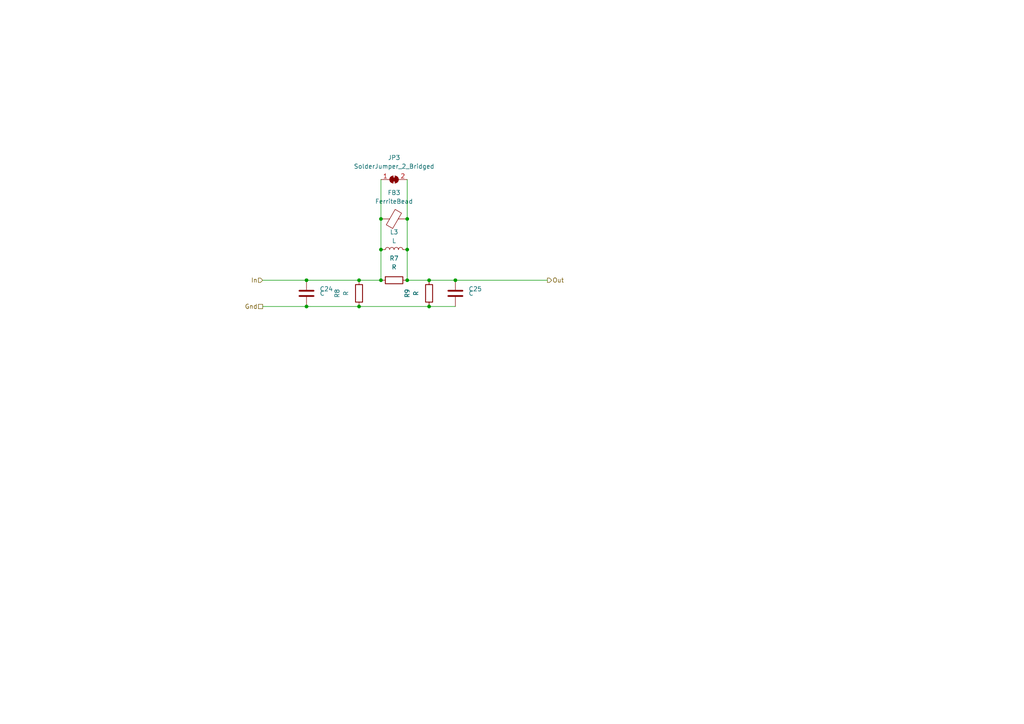
<source format=kicad_sch>
(kicad_sch (version 20201015) (generator eeschema)
  (page 0 4)
  (paper "A4")
  (lib_symbols
    (symbol "Device:C" (pin_numbers hide) (pin_names (offset 0.254))
      (property "Reference" "C" (at 0.635 2.54 0))
      (property "Value" "C" (at 0.635 -2.54 0))
      (symbol "C_0_1"
        (polyline (pts (xy -2.032 -0.762) (xy 2.032 -0.762)) (stroke (width 0.508)))
        (polyline (pts (xy -2.032 0.762) (xy 2.032 0.762)) (stroke (width 0.508)))
      )
      (symbol "C_1_1"
        (pin passive line (at 0 3.81 270) (length 2.794) (name "~") (number "1"))
        (pin passive line (at 0 -3.81 90) (length 2.794) (name "~") (number "2"))
      )
    )
    (symbol "Device:FerriteBead" (pin_numbers hide) (pin_names (offset 0))
      (property "Reference" "FB" (at -3.81 0.635 90))
      (property "Value" "FerriteBead" (at 3.81 0 90))
      (symbol "FerriteBead_0_1"
        (polyline (pts (xy 0 -1.27) (xy 0 -1.2192)))
        (polyline (pts (xy 0 1.27) (xy 0 1.2954)))
        (polyline (pts (xy -2.7686 0.4064) (xy -1.7018 2.2606) (xy 2.7686 -0.3048) (xy 1.6764 -2.159) (xy -2.7686 0.4064)))
      )
      (symbol "FerriteBead_1_1"
        (pin passive line (at 0 3.81 270) (length 2.54) (name "~") (number "1"))
        (pin passive line (at 0 -3.81 90) (length 2.54) (name "~") (number "2"))
      )
    )
    (symbol "Device:L" (pin_numbers hide) (pin_names (offset 1.016) hide)
      (property "Reference" "L" (at -1.27 0 90))
      (property "Value" "L" (at 1.905 0 90))
      (symbol "L_0_1"
        (arc (start 0 -2.54) (end 0 -1.27) (radius (at 0 -1.905) (length 0.635) (angles -89.9 89.9)))
        (arc (start 0 -1.27) (end 0 0) (radius (at 0 -0.635) (length 0.635) (angles -89.9 89.9)))
        (arc (start 0 0) (end 0 1.27) (radius (at 0 0.635) (length 0.635) (angles -89.9 89.9)))
        (arc (start 0 1.27) (end 0 2.54) (radius (at 0 1.905) (length 0.635) (angles -89.9 89.9)))
      )
      (symbol "L_1_1"
        (pin passive line (at 0 3.81 270) (length 1.27) (name "1") (number "1"))
        (pin passive line (at 0 -3.81 90) (length 1.27) (name "2") (number "2"))
      )
    )
    (symbol "Device:R" (pin_numbers hide) (pin_names (offset 0))
      (property "Reference" "R" (at 2.032 0 90))
      (property "Value" "R" (at 0 0 90))
      (symbol "R_0_1"
        (rectangle (start -1.016 -2.54) (end 1.016 2.54) (stroke (width 0.254)))
      )
      (symbol "R_1_1"
        (pin passive line (at 0 3.81 270) (length 1.27) (name "~") (number "1"))
        (pin passive line (at 0 -3.81 90) (length 1.27) (name "~") (number "2"))
      )
    )
    (symbol "Jumper:SolderJumper_2_Bridged" (pin_names (offset 0) hide)
      (property "Reference" "JP" (at 0 2.032 0))
      (property "Value" "SolderJumper_2_Bridged" (at 0 -2.54 0))
      (symbol "SolderJumper_2_Bridged_0_1"
        (arc (start -0.254 1.016) (end -0.254 -1.016) (radius (at -0.254 0) (length 1.016) (angles 90.1 -90.1)))
        (arc (start -0.254 1.016) (end -0.254 -1.016) (radius (at -0.254 0) (length 1.016) (angles 90.1 -90.1)) (fill (type outline)))
        (arc (start 0.254 -1.016) (end 0.254 1.016) (radius (at 0.254 0) (length 1.016) (angles -89.9 89.9)))
        (arc (start 0.254 -1.016) (end 0.254 1.016) (radius (at 0.254 0) (length 1.016) (angles -89.9 89.9)) (fill (type outline)))
        (rectangle (start -0.508 0.508) (end 0.508 -0.508) (fill (type outline)))
        (polyline (pts (xy -0.254 1.016) (xy -0.254 -1.016)))
        (polyline (pts (xy 0.254 1.016) (xy 0.254 -1.016)))
      )
      (symbol "SolderJumper_2_Bridged_1_1"
        (pin passive line (at -3.81 0 0) (length 2.54) (name "A") (number "1"))
        (pin passive line (at 3.81 0 180) (length 2.54) (name "B") (number "2"))
      )
    )
  )
  (junction (at 88.9 81.28) (diameter 0.9144))
  (junction (at 88.9 88.9) (diameter 0.9144))
  (junction (at 104.14 81.28) (diameter 0.9144))
  (junction (at 104.14 88.9) (diameter 0.9144))
  (junction (at 110.49 63.5) (diameter 0.9144))
  (junction (at 110.49 72.39) (diameter 0.9144))
  (junction (at 110.49 81.28) (diameter 0.9144))
  (junction (at 118.11 63.5) (diameter 0.9144))
  (junction (at 118.11 72.39) (diameter 0.9144))
  (junction (at 118.11 81.28) (diameter 0.9144))
  (junction (at 124.46 81.28) (diameter 0.9144))
  (junction (at 124.46 88.9) (diameter 0.9144))
  (junction (at 132.08 81.28) (diameter 0.9144))
  (wire (pts (xy 76.2 81.28) (xy 88.9 81.28)))
  (wire (pts (xy 76.2 88.9) (xy 88.9 88.9)))
  (wire (pts (xy 88.9 81.28) (xy 104.14 81.28)))
  (wire (pts (xy 88.9 88.9) (xy 104.14 88.9)))
  (wire (pts (xy 104.14 81.28) (xy 110.49 81.28)))
  (wire (pts (xy 104.14 88.9) (xy 124.46 88.9)))
  (wire (pts (xy 110.49 52.07) (xy 110.49 63.5)))
  (wire (pts (xy 110.49 63.5) (xy 110.49 72.39)))
  (wire (pts (xy 110.49 72.39) (xy 110.49 81.28)))
  (wire (pts (xy 118.11 52.07) (xy 118.11 63.5)))
  (wire (pts (xy 118.11 63.5) (xy 118.11 72.39)))
  (wire (pts (xy 118.11 72.39) (xy 118.11 81.28)))
  (wire (pts (xy 118.11 81.28) (xy 124.46 81.28)))
  (wire (pts (xy 124.46 81.28) (xy 132.08 81.28)))
  (wire (pts (xy 124.46 88.9) (xy 132.08 88.9)))
  (wire (pts (xy 132.08 81.28) (xy 158.75 81.28)))
  (hierarchical_label "In" (shape input) (at 76.2 81.28 180))
  (hierarchical_label "Gnd" (shape passive) (at 76.2 88.9 180))
  (hierarchical_label "Out" (shape output) (at 158.75 81.28 0))
  (symbol (lib_id "Device:L") (at 114.3 72.39 90)
    (property "Reference" "L3" (at 114.3 67.31 90))
    (property "Value" "L" (at 114.3 69.85 90))
    (property "Footprint" "Resistor_SMD:R_1210_3225Metric" (effects hide))
  )
  (symbol (lib_id "Device:R") (at 104.14 85.09 180)
    (property "Reference" "R8" (at 97.79 85.09 90))
    (property "Value" "R" (at 100.33 85.09 90))
    (property "Footprint" "Resistor_SMD:R_0603_1608Metric" (effects hide))
  )
  (symbol (lib_id "Device:R") (at 114.3 81.28 90)
    (property "Reference" "R7" (at 114.3 74.93 90))
    (property "Value" "R" (at 114.3 77.47 90))
    (property "Footprint" "Resistor_SMD:R_0603_1608Metric" (effects hide))
  )
  (symbol (lib_id "Device:R") (at 124.46 85.09 180)
    (property "Reference" "R9" (at 118.11 85.09 90))
    (property "Value" "R" (at 120.65 85.09 90))
    (property "Footprint" "Resistor_SMD:R_0603_1608Metric" (effects hide))
  )
  (symbol (lib_id "Jumper:SolderJumper_2_Bridged") (at 114.3 52.07 0)
    (property "Reference" "JP3" (at 114.3 45.72 0))
    (property "Value" "SolderJumper_2_Bridged" (at 114.3 48.26 0))
    (property "Footprint" "Jumper:SolderJumper-2_P1.3mm_Bridged_Pad1.0x1.5mm" (effects hide))
  )
  (symbol (lib_id "Device:C") (at 88.9 85.09 0)
    (property "Reference" "C24" (at 92.71 83.82 0) (effects (justify left)))
    (property "Value" "C" (at 92.71 85.09 0) (effects (justify left)))
    (property "Footprint" "Capacitor_SMD:C_0603_1608Metric" (effects hide))
  )
  (symbol (lib_id "Device:C") (at 132.08 85.09 0)
    (property "Reference" "C25" (at 135.89 83.82 0) (effects (justify left)))
    (property "Value" "C" (at 135.89 85.09 0) (effects (justify left)))
    (property "Footprint" "Capacitor_SMD:C_0603_1608Metric" (effects hide))
  )
  (symbol (lib_id "Device:FerriteBead") (at 114.3 63.5 90)
    (property "Reference" "FB3" (at 114.3 55.88 90))
    (property "Value" "FerriteBead" (at 114.3 58.42 90))
    (property "Footprint" "Resistor_SMD:R_0603_1608Metric" (effects hide))
  )
)
</source>
